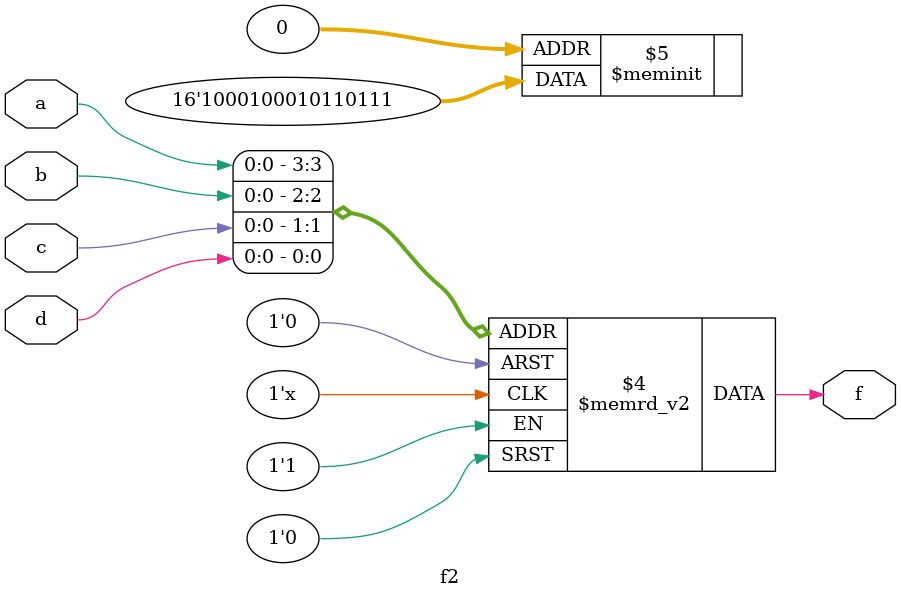
<source format=v>
module f2(a, b, c, d, f);

input a, b, c, d;
output reg f;

always@(a, b, c, d)
begin
    f = 0;
    case ({a, b, c, d})
    4'b0000, 4'b0001, 4'b0010, 4'b0100, 4'b0101, 4'b0111, 4'b1011, 4'b1111: f = 1;
    endcase

end

endmodule
</source>
